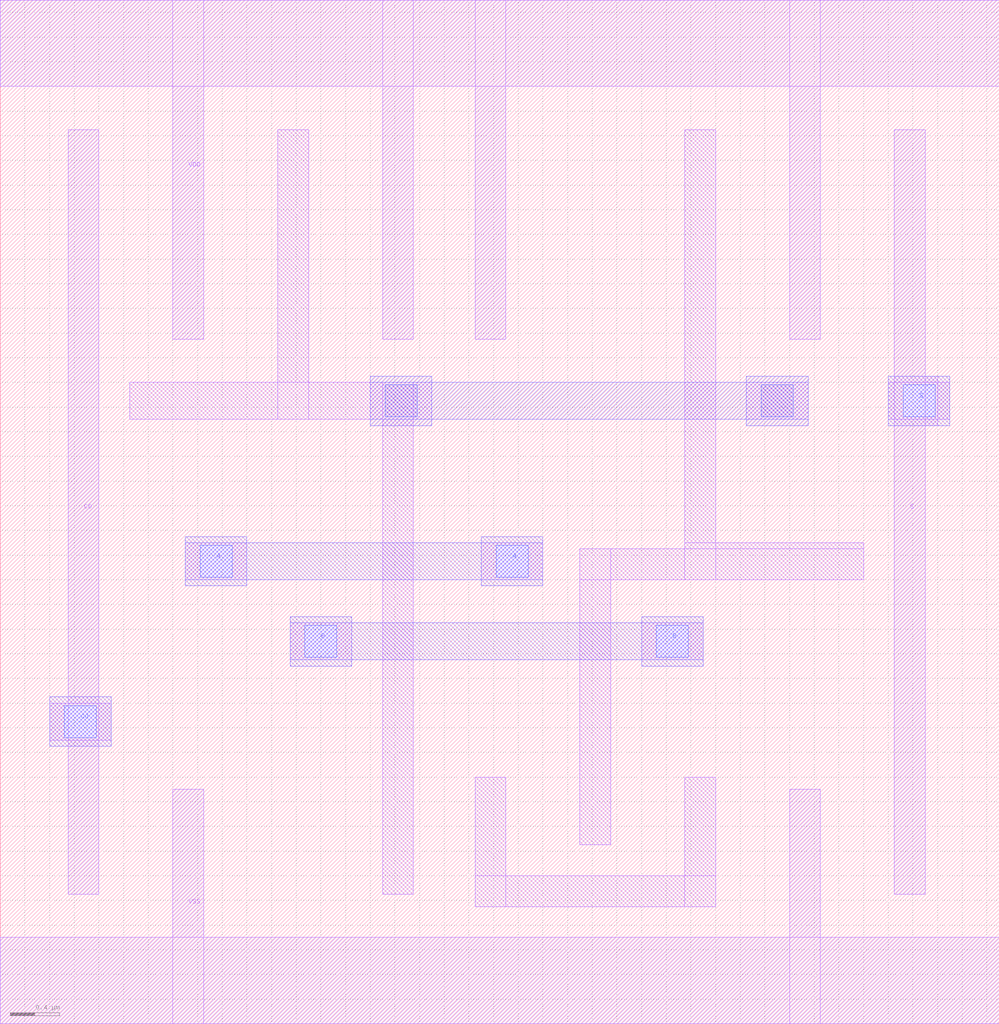
<source format=lef>
# Copyright 2022 Google LLC
# Licensed under the Apache License, Version 2.0 (the "License");
# you may not use this file except in compliance with the License.
# You may obtain a copy of the License at
#
#      http://www.apache.org/licenses/LICENSE-2.0
#
# Unless required by applicable law or agreed to in writing, software
# distributed under the License is distributed on an "AS IS" BASIS,
# WITHOUT WARRANTIES OR CONDITIONS OF ANY KIND, either express or implied.
# See the License for the specific language governing permissions and
# limitations under the License.
VERSION 5.7 ;
BUSBITCHARS "[]" ;
DIVIDERCHAR "/" ;

MACRO gf180mcu_osu_sc_gp12t3v3__addh_1
  CLASS CORE ;
  ORIGIN 0 0 ;
  FOREIGN gf180mcu_osu_sc_gp12t3v3__addh_1 0 0 ;
  SIZE 8.1 BY 8.3 ;
  SYMMETRY X Y ;
  SITE gf180mcu_osu_sc_gp12t3v3 ;
  PIN VDD
    DIRECTION INOUT ;
    USE POWER ;
    SHAPE ABUTMENT ;
    PORT
      LAYER Metal1 ;
        RECT 0 7.6 8.1 8.3 ;
        RECT 6.4 5.55 6.65 8.3 ;
        RECT 3.85 5.55 4.1 8.3 ;
        RECT 3.1 5.55 3.35 8.3 ;
        RECT 1.4 5.55 1.65 8.3 ;
    END
  END VDD
  PIN VSS
    DIRECTION INOUT ;
    USE GROUND ;
    SHAPE ABUTMENT ;
    PORT
      LAYER Metal1 ;
        RECT 0 0 8.1 0.7 ;
        RECT 6.4 0 6.65 1.9 ;
        RECT 1.4 0 1.65 1.9 ;
    END
  END VSS
  PIN A
    DIRECTION INPUT ;
    USE SIGNAL ;
    PORT
      LAYER Metal1 ;
        RECT 3.9 3.6 4.4 3.9 ;
        RECT 1.5 3.6 2 3.9 ;
      LAYER Metal2 ;
        RECT 3.9 3.55 4.4 3.95 ;
        RECT 1.5 3.6 4.4 3.9 ;
        RECT 1.5 3.55 2 3.95 ;
      LAYER Via1 ;
        RECT 1.62 3.62 1.88 3.88 ;
        RECT 4.02 3.62 4.28 3.88 ;
    END
  END A
  PIN B
    DIRECTION INPUT ;
    USE SIGNAL ;
    PORT
      LAYER Metal1 ;
        RECT 5.2 2.95 5.7 3.25 ;
        RECT 2.35 2.95 2.85 3.25 ;
      LAYER Metal2 ;
        RECT 5.2 2.9 5.7 3.3 ;
        RECT 2.35 2.95 5.7 3.25 ;
        RECT 2.35 2.9 2.85 3.3 ;
      LAYER Via1 ;
        RECT 2.47 2.97 2.73 3.23 ;
        RECT 5.32 2.97 5.58 3.23 ;
    END
  END B
  PIN CO
    DIRECTION OUTPUT ;
    USE SIGNAL ;
    PORT
      LAYER Metal1 ;
        RECT 0.4 2.3 0.9 2.6 ;
        RECT 0.55 1.05 0.8 7.25 ;
      LAYER Metal2 ;
        RECT 0.4 2.25 0.9 2.65 ;
      LAYER Via1 ;
        RECT 0.52 2.32 0.78 2.58 ;
    END
  END CO
  PIN S
    DIRECTION OUTPUT ;
    USE SIGNAL ;
    PORT
      LAYER Metal1 ;
        RECT 7.2 4.9 7.7 5.2 ;
        RECT 7.25 4.85 7.6 5.25 ;
        RECT 7.25 1.05 7.5 7.25 ;
      LAYER Metal2 ;
        RECT 7.2 4.85 7.7 5.25 ;
      LAYER Via1 ;
        RECT 7.32 4.92 7.58 5.18 ;
    END
  END S
  OBS
    LAYER Metal2 ;
      RECT 6.05 4.85 6.55 5.25 ;
      RECT 3 4.85 3.5 5.25 ;
      RECT 3 4.9 6.55 5.2 ;
    LAYER Via1 ;
      RECT 6.17 4.92 6.43 5.18 ;
      RECT 3.12 4.92 3.38 5.18 ;
    LAYER Metal1 ;
      RECT 5.55 3.6 5.8 7.25 ;
      RECT 5.55 3.6 7 3.9 ;
      RECT 4.7 3.6 7 3.85 ;
      RECT 4.7 1.45 4.95 3.85 ;
      RECT 5.55 0.95 5.8 2 ;
      RECT 3.85 0.95 4.1 2 ;
      RECT 3.85 0.95 5.8 1.2 ;
      RECT 2.25 4.9 2.5 7.25 ;
      RECT 1.05 4.9 3.5 5.2 ;
      RECT 3.1 1.05 3.35 5.2 ;
      RECT 6.05 4.9 6.55 5.2 ;
  END
END gf180mcu_osu_sc_gp12t3v3__addh_1

</source>
